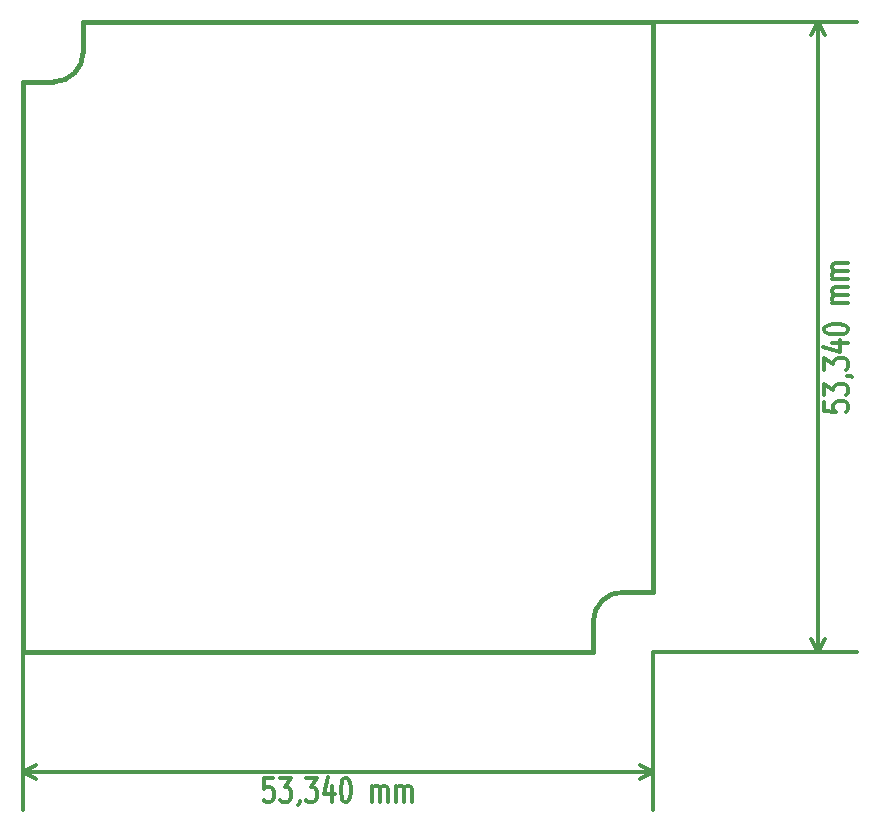
<source format=gbp>
G04 (created by PCBNEW (2013-mar-13)-testing) date Thu 27 Jun 2013 11:50:03 AM CEST*
%MOIN*%
G04 Gerber Fmt 3.4, Leading zero omitted, Abs format*
%FSLAX34Y34*%
G01*
G70*
G90*
G04 APERTURE LIST*
%ADD10C,0.005906*%
%ADD11C,0.015000*%
%ADD12C,0.012000*%
G04 APERTURE END LIST*
G54D10*
G54D11*
X44000Y-47500D02*
X44000Y-66500D01*
X25000Y-47500D02*
X44000Y-47500D01*
X23000Y-68500D02*
X23000Y-49500D01*
X42000Y-68500D02*
X23000Y-68500D01*
X42000Y-67500D02*
X42000Y-68500D01*
X43000Y-66500D02*
X44000Y-66500D01*
X24000Y-49500D02*
X23000Y-49500D01*
X25000Y-48500D02*
X25000Y-47500D01*
X24000Y-49500D02*
G75*
G03X25000Y-48500I0J1000D01*
G74*
G01*
X43000Y-66500D02*
G75*
G03X42000Y-67500I0J-1000D01*
G74*
G01*
G54D12*
X31328Y-72700D02*
X31042Y-72700D01*
X31014Y-73081D01*
X31042Y-73043D01*
X31099Y-73005D01*
X31242Y-73005D01*
X31299Y-73043D01*
X31328Y-73081D01*
X31357Y-73158D01*
X31357Y-73348D01*
X31328Y-73424D01*
X31299Y-73462D01*
X31242Y-73500D01*
X31099Y-73500D01*
X31042Y-73462D01*
X31014Y-73424D01*
X31557Y-72700D02*
X31928Y-72700D01*
X31728Y-73005D01*
X31814Y-73005D01*
X31871Y-73043D01*
X31899Y-73081D01*
X31928Y-73158D01*
X31928Y-73348D01*
X31899Y-73424D01*
X31871Y-73462D01*
X31814Y-73500D01*
X31642Y-73500D01*
X31585Y-73462D01*
X31557Y-73424D01*
X32214Y-73462D02*
X32214Y-73500D01*
X32185Y-73577D01*
X32157Y-73615D01*
X32414Y-72700D02*
X32785Y-72700D01*
X32585Y-73005D01*
X32671Y-73005D01*
X32728Y-73043D01*
X32757Y-73081D01*
X32785Y-73158D01*
X32785Y-73348D01*
X32757Y-73424D01*
X32728Y-73462D01*
X32671Y-73500D01*
X32500Y-73500D01*
X32442Y-73462D01*
X32414Y-73424D01*
X33300Y-72967D02*
X33300Y-73500D01*
X33157Y-72662D02*
X33014Y-73234D01*
X33385Y-73234D01*
X33728Y-72700D02*
X33785Y-72700D01*
X33842Y-72739D01*
X33871Y-72777D01*
X33900Y-72853D01*
X33928Y-73005D01*
X33928Y-73196D01*
X33900Y-73348D01*
X33871Y-73424D01*
X33842Y-73462D01*
X33785Y-73500D01*
X33728Y-73500D01*
X33671Y-73462D01*
X33642Y-73424D01*
X33614Y-73348D01*
X33585Y-73196D01*
X33585Y-73005D01*
X33614Y-72853D01*
X33642Y-72777D01*
X33671Y-72739D01*
X33728Y-72700D01*
X34642Y-73500D02*
X34642Y-72967D01*
X34642Y-73043D02*
X34671Y-73005D01*
X34728Y-72967D01*
X34814Y-72967D01*
X34871Y-73005D01*
X34900Y-73081D01*
X34900Y-73500D01*
X34900Y-73081D02*
X34928Y-73005D01*
X34985Y-72967D01*
X35071Y-72967D01*
X35128Y-73005D01*
X35157Y-73081D01*
X35157Y-73500D01*
X35442Y-73500D02*
X35442Y-72967D01*
X35442Y-73043D02*
X35471Y-73005D01*
X35528Y-72967D01*
X35614Y-72967D01*
X35671Y-73005D01*
X35700Y-73081D01*
X35700Y-73500D01*
X35700Y-73081D02*
X35728Y-73005D01*
X35785Y-72967D01*
X35871Y-72967D01*
X35928Y-73005D01*
X35957Y-73081D01*
X35957Y-73500D01*
X23000Y-72499D02*
X44000Y-72499D01*
X23000Y-68500D02*
X23000Y-73779D01*
X44000Y-68500D02*
X44000Y-73779D01*
X44000Y-72499D02*
X43557Y-72729D01*
X44000Y-72499D02*
X43557Y-72269D01*
X23000Y-72499D02*
X23443Y-72729D01*
X23000Y-72499D02*
X23443Y-72269D01*
X49701Y-60171D02*
X49701Y-60457D01*
X50082Y-60485D01*
X50044Y-60457D01*
X50006Y-60400D01*
X50006Y-60257D01*
X50044Y-60200D01*
X50082Y-60171D01*
X50159Y-60142D01*
X50349Y-60142D01*
X50425Y-60171D01*
X50463Y-60200D01*
X50501Y-60257D01*
X50501Y-60400D01*
X50463Y-60457D01*
X50425Y-60485D01*
X49701Y-59942D02*
X49701Y-59571D01*
X50006Y-59771D01*
X50006Y-59685D01*
X50044Y-59628D01*
X50082Y-59600D01*
X50159Y-59571D01*
X50349Y-59571D01*
X50425Y-59600D01*
X50463Y-59628D01*
X50501Y-59685D01*
X50501Y-59857D01*
X50463Y-59914D01*
X50425Y-59942D01*
X50463Y-59285D02*
X50501Y-59285D01*
X50578Y-59314D01*
X50616Y-59342D01*
X49701Y-59085D02*
X49701Y-58714D01*
X50006Y-58914D01*
X50006Y-58828D01*
X50044Y-58771D01*
X50082Y-58742D01*
X50159Y-58714D01*
X50349Y-58714D01*
X50425Y-58742D01*
X50463Y-58771D01*
X50501Y-58828D01*
X50501Y-59000D01*
X50463Y-59057D01*
X50425Y-59085D01*
X49968Y-58200D02*
X50501Y-58200D01*
X49663Y-58342D02*
X50235Y-58485D01*
X50235Y-58114D01*
X49701Y-57771D02*
X49701Y-57714D01*
X49740Y-57657D01*
X49778Y-57628D01*
X49854Y-57600D01*
X50006Y-57571D01*
X50197Y-57571D01*
X50349Y-57600D01*
X50425Y-57628D01*
X50463Y-57657D01*
X50501Y-57714D01*
X50501Y-57771D01*
X50463Y-57828D01*
X50425Y-57857D01*
X50349Y-57885D01*
X50197Y-57914D01*
X50006Y-57914D01*
X49854Y-57885D01*
X49778Y-57857D01*
X49740Y-57828D01*
X49701Y-57771D01*
X50501Y-56857D02*
X49968Y-56857D01*
X50044Y-56857D02*
X50006Y-56828D01*
X49968Y-56771D01*
X49968Y-56685D01*
X50006Y-56628D01*
X50082Y-56599D01*
X50501Y-56599D01*
X50082Y-56599D02*
X50006Y-56571D01*
X49968Y-56514D01*
X49968Y-56428D01*
X50006Y-56371D01*
X50082Y-56342D01*
X50501Y-56342D01*
X50501Y-56057D02*
X49968Y-56057D01*
X50044Y-56057D02*
X50006Y-56028D01*
X49968Y-55971D01*
X49968Y-55885D01*
X50006Y-55828D01*
X50082Y-55799D01*
X50501Y-55799D01*
X50082Y-55799D02*
X50006Y-55771D01*
X49968Y-55714D01*
X49968Y-55628D01*
X50006Y-55571D01*
X50082Y-55542D01*
X50501Y-55542D01*
X49500Y-68500D02*
X49500Y-47500D01*
X44000Y-68500D02*
X50780Y-68500D01*
X44000Y-47500D02*
X50780Y-47500D01*
X49500Y-47500D02*
X49730Y-47943D01*
X49500Y-47500D02*
X49270Y-47943D01*
X49500Y-68500D02*
X49730Y-68057D01*
X49500Y-68500D02*
X49270Y-68057D01*
M02*

</source>
